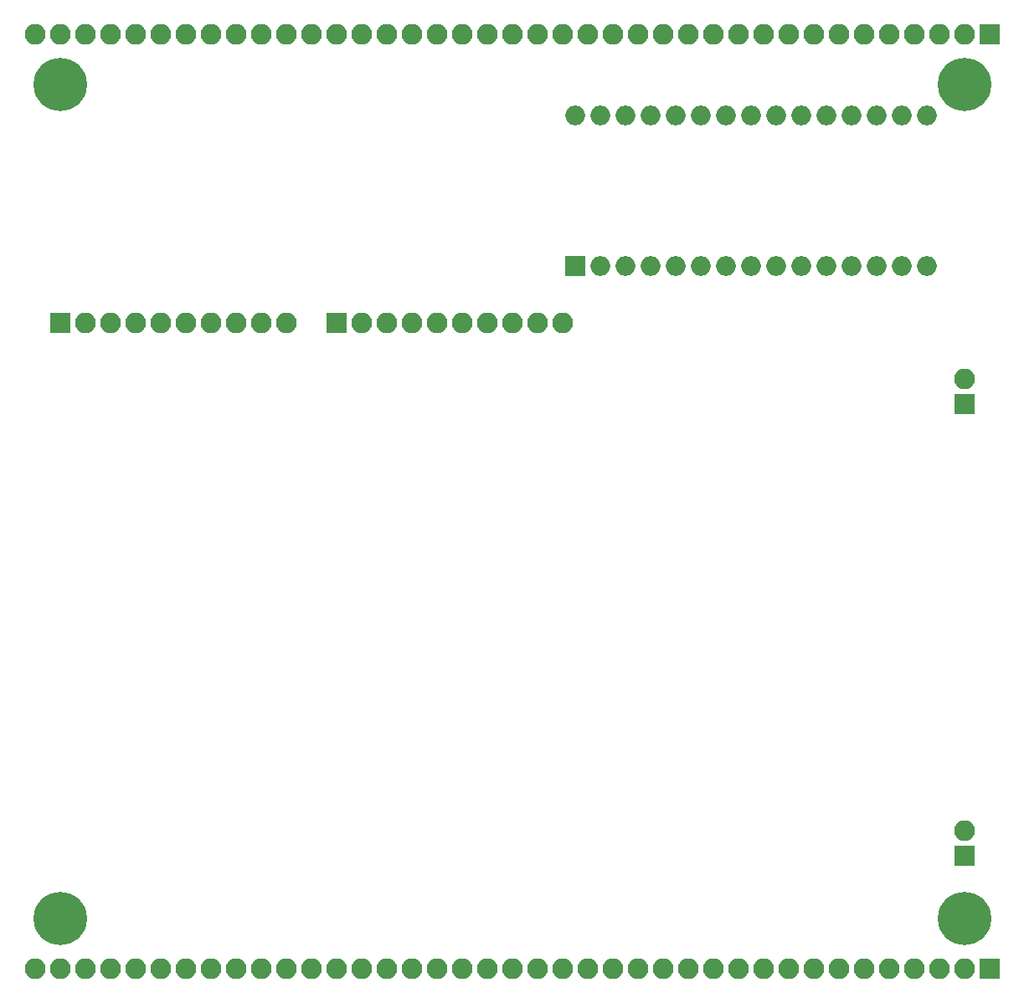
<source format=gts>
G04 #@! TF.GenerationSoftware,KiCad,Pcbnew,(5.1.5)-3*
G04 #@! TF.CreationDate,2020-03-10T22:42:51+01:00*
G04 #@! TF.ProjectId,PP Arduino,50502041-7264-4756-996e-6f2e6b696361,rev?*
G04 #@! TF.SameCoordinates,Original*
G04 #@! TF.FileFunction,Soldermask,Top*
G04 #@! TF.FilePolarity,Negative*
%FSLAX46Y46*%
G04 Gerber Fmt 4.6, Leading zero omitted, Abs format (unit mm)*
G04 Created by KiCad (PCBNEW (5.1.5)-3) date 2020-03-10 22:42:51*
%MOMM*%
%LPD*%
G04 APERTURE LIST*
%ADD10R,2.100000X2.100000*%
%ADD11O,2.100000X2.100000*%
%ADD12C,5.400000*%
%ADD13R,2.000000X2.000000*%
%ADD14O,2.000000X2.000000*%
G04 APERTURE END LIST*
D10*
X198120000Y-145415000D03*
D11*
X195580000Y-145415000D03*
X193040000Y-145415000D03*
X190500000Y-145415000D03*
X187960000Y-145415000D03*
X185420000Y-145415000D03*
X182880000Y-145415000D03*
X180340000Y-145415000D03*
X177800000Y-145415000D03*
X175260000Y-145415000D03*
X172720000Y-145415000D03*
X170180000Y-145415000D03*
X167640000Y-145415000D03*
X165100000Y-145415000D03*
X162560000Y-145415000D03*
X160020000Y-145415000D03*
X157480000Y-145415000D03*
X154940000Y-145415000D03*
X152400000Y-145415000D03*
X149860000Y-145415000D03*
X147320000Y-145415000D03*
X144780000Y-145415000D03*
X142240000Y-145415000D03*
X139700000Y-145415000D03*
X137160000Y-145415000D03*
X134620000Y-145415000D03*
X132080000Y-145415000D03*
X129540000Y-145415000D03*
X127000000Y-145415000D03*
X124460000Y-145415000D03*
X121920000Y-145415000D03*
X119380000Y-145415000D03*
X116840000Y-145415000D03*
X114300000Y-145415000D03*
X111760000Y-145415000D03*
X109220000Y-145415000D03*
X106680000Y-145415000D03*
X104140000Y-145415000D03*
X101600000Y-145415000D03*
D12*
X104140000Y-140335000D03*
X195580000Y-140335000D03*
X195580000Y-55880000D03*
X104140000Y-55880000D03*
D10*
X198120000Y-50800000D03*
D11*
X195580000Y-50800000D03*
X193040000Y-50800000D03*
X190500000Y-50800000D03*
X187960000Y-50800000D03*
X185420000Y-50800000D03*
X182880000Y-50800000D03*
X180340000Y-50800000D03*
X177800000Y-50800000D03*
X175260000Y-50800000D03*
X172720000Y-50800000D03*
X170180000Y-50800000D03*
X167640000Y-50800000D03*
X165100000Y-50800000D03*
X162560000Y-50800000D03*
X160020000Y-50800000D03*
X157480000Y-50800000D03*
X154940000Y-50800000D03*
X152400000Y-50800000D03*
X149860000Y-50800000D03*
X147320000Y-50800000D03*
X144780000Y-50800000D03*
X142240000Y-50800000D03*
X139700000Y-50800000D03*
X137160000Y-50800000D03*
X134620000Y-50800000D03*
X132080000Y-50800000D03*
X129540000Y-50800000D03*
X127000000Y-50800000D03*
X124460000Y-50800000D03*
X121920000Y-50800000D03*
X119380000Y-50800000D03*
X116840000Y-50800000D03*
X114300000Y-50800000D03*
X111760000Y-50800000D03*
X109220000Y-50800000D03*
X106680000Y-50800000D03*
X104140000Y-50800000D03*
X101600000Y-50800000D03*
D10*
X104140000Y-80010000D03*
D11*
X106680000Y-80010000D03*
X109220000Y-80010000D03*
X111760000Y-80010000D03*
X114300000Y-80010000D03*
X116840000Y-80010000D03*
X119380000Y-80010000D03*
X121920000Y-80010000D03*
X124460000Y-80010000D03*
X127000000Y-80010000D03*
D10*
X132080000Y-80010000D03*
D11*
X134620000Y-80010000D03*
X137160000Y-80010000D03*
X139700000Y-80010000D03*
X142240000Y-80010000D03*
X144780000Y-80010000D03*
X147320000Y-80010000D03*
X149860000Y-80010000D03*
X152400000Y-80010000D03*
X154940000Y-80010000D03*
D10*
X195580000Y-133985000D03*
D11*
X195580000Y-131445000D03*
D10*
X195580000Y-88265000D03*
D11*
X195580000Y-85725000D03*
D13*
X156210000Y-74295000D03*
D14*
X189230000Y-59055000D03*
X158750000Y-74295000D03*
X186690000Y-59055000D03*
X161290000Y-74295000D03*
X184150000Y-59055000D03*
X163830000Y-74295000D03*
X181610000Y-59055000D03*
X166370000Y-74295000D03*
X179070000Y-59055000D03*
X168910000Y-74295000D03*
X176530000Y-59055000D03*
X171450000Y-74295000D03*
X173990000Y-59055000D03*
X173990000Y-74295000D03*
X171450000Y-59055000D03*
X176530000Y-74295000D03*
X168910000Y-59055000D03*
X179070000Y-74295000D03*
X166370000Y-59055000D03*
X181610000Y-74295000D03*
X163830000Y-59055000D03*
X184150000Y-74295000D03*
X161290000Y-59055000D03*
X186690000Y-74295000D03*
X158750000Y-59055000D03*
X189230000Y-74295000D03*
X156210000Y-59055000D03*
X191770000Y-74295000D03*
X191770000Y-59055000D03*
M02*

</source>
